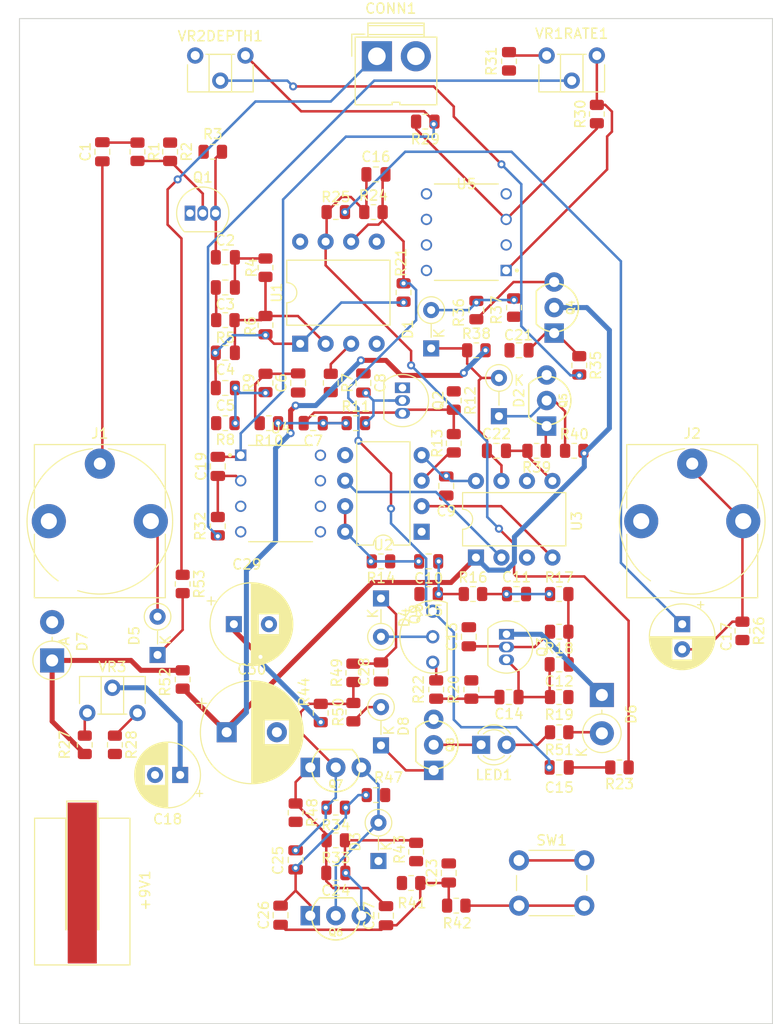
<source format=kicad_pcb>
(kicad_pcb (version 20221018) (generator pcbnew)
  (layers (0 "F.Cu" signal) (31 "B.Cu" signal) (34 "B.Paste" user) (35 "F.Paste" user) (36 "B.SilkS" user "B.Silkscreen") (37 "F.SilkS" user "F.Silkscreen") (38 "B.Mask" user) (39 "F.Mask" user) (44 "Edge.Cuts" user))
  (net 0 "")
  (net 1 "+9V")
  (net 2 "Net-(+9V1--)")
  (net 3 "Net-(C1-Pad2)")
  (net 4 "Net-(Q1-E)")
  (net 5 "Net-(C2-Pad2)")
  (net 6 "Net-(C3-Pad2)")
  (net 7 "Net-(C4-Pad1)")
  (net 8 "Net-(C4-Pad2)")
  (net 9 "Net-(C5-Pad2)")
  (net 10 "GND")
  (net 11 "Net-(C6-Pad2)")
  (net 12 "Net-(Q2-E)")
  (net 13 "Net-(C7-Pad2)")
  (net 14 "Net-(Q2-B)")
  (net 15 "Net-(U2-VGG)")
  (net 16 "Net-(C10-Pad1)")
  (net 17 "Net-(U2-OUT1)")
  (net 18 "Net-(C11-Pad1)")
  (net 19 "Net-(C12-Pad1)")
  (net 20 "Net-(Q3-E)")
  (net 21 "Net-(Q3-B)")
  (net 22 "Net-(C14-Pad2)")
  (net 23 "Net-(C15-Pad1)")
  (net 24 "Net-(C15-Pad2)")
  (net 25 "Net-(C16-Pad2)")
  (net 26 "Net-(C17-Pad1)")
  (net 27 "Net-(C17-Pad2)")
  (net 28 "+4V")
  (net 29 "Net-(U4-1IN-)")
  (net 30 "Net-(U4-1OUT)")
  (net 31 "Net-(C21-Pad1)")
  (net 32 "Net-(D1-K)")
  (net 33 "Net-(U3-OX3)")
  (net 34 "Net-(C23-Pad1)")
  (net 35 "Net-(C24-Pad1)")
  (net 36 "Net-(C24-Pad2)")
  (net 37 "Net-(C25-Pad1)")
  (net 38 "Net-(C25-Pad2)")
  (net 39 "Net-(D4-K)")
  (net 40 "+9VA")
  (net 41 "Net-(CONN1-Pad1)")
  (net 42 "Net-(D1-A)")
  (net 43 "Net-(D2-K)")
  (net 44 "Net-(D3-A)")
  (net 45 "Net-(D4-A)")
  (net 46 "Net-(D5-K)")
  (net 47 "Net-(D6-A)")
  (net 48 "Net-(D8-K)")
  (net 49 "Net-(D8-A)")
  (net 50 "Net-(LED1-K)")
  (net 51 "Net-(LED1-A)")
  (net 52 "Net-(Q1-B)")
  (net 53 "Net-(Q4-Pad3)")
  (net 54 "Net-(Q5-Pad1)")
  (net 55 "Net-(Q9-Pad1)")
  (net 56 "Net-(R7-Pad1)")
  (net 57 "Net-(U2-IN)")
  (net 58 "Net-(R27-Pad2)")
  (net 59 "Net-(R28-Pad1)")
  (net 60 "Net-(U5-1IN+)")
  (net 61 "Net-(U5-1OUT)")
  (net 62 "Net-(R31-Pad1)")
  (net 63 "Net-(R32-Pad2)")
  (net 64 "Net-(R35-Pad2)")
  (net 65 "Net-(R42-Pad2)")
  (net 66 "Net-(U2-CP1)")
  (net 67 "Net-(U2-CP2)")
  (net 75 "Net-(C1-Pad1)")
  (footprint "Resistor_SMD:R_0805_2012Metric" (layer "F.Cu") (at 135.4125 35)
    (fp_text reference "R29")
    (fp_text value "33K")
  )
  (footprint "Resistor_SMD:R_0805_2012Metric" (layer "F.Cu") (at 115.5 54.75)
    (fp_text reference "R5")
    (fp_text value "10K")
  )
  (footprint "Resistor_SMD:R_0805_2012Metric" (layer "F.Cu") (at 138.5 113)
    (fp_text reference "R42")
    (fp_text value "1K")
  )
  (footprint "Resistor_SMD:R_0805_2012Metric" (layer "F.Cu") (at 152.5 34.25 90)
    (fp_text reference "R30")
    (fp_text value "47K")
  )
  (footprint "Resistor_SMD:R_0805_2012Metric" (layer "F.Cu") (at 128.25 93.75 -90)
    (fp_text reference "R50")
    (fp_text value "1MK")
  )
  (footprint "Capacitor_SMD:C_0805_2012Metric" (layer "F.Cu") (at 103.25 38 90)
    (fp_text reference "C1")
    (fp_text value "0.047uF")
  )
  (footprint "Capacitor_SMD:C_0805_2012Metric" (layer "F.Cu") (at 148.75 89 180)
    (fp_text reference "C12")
    (fp_text value "0.0082uF")
  )
  (footprint "Resistor_SMD:R_0805_2012Metric" (layer "F.Cu") (at 140.5 53.75 -90)
    (fp_text reference "R36")
    (fp_text value "4K7")
  )
  (footprint "Resistor_SMD:R_0805_2012Metric" (layer "F.Cu") (at 126 61 -90)
    (fp_text reference "R7")
    (fp_text value "10K")
  )
  (footprint "Resistor_SMD:R_0805_2012Metric" (layer "F.Cu") (at 148.75 95.75)
    (fp_text reference "R51")
    (fp_text value "3K9")
  )
  (footprint "Resistor_SMD:R_0805_2012Metric" (layer "F.Cu") (at 111.25 90.5 -90)
    (fp_text reference "R52")
    (fp_text value "33")
  )
  (footprint "Resistor_SMD:R_0805_2012Metric" (layer "F.Cu") (at 128.25 89.8375 90)
    (fp_text reference "R49")
    (fp_text value "1M")
  )
  (footprint "Resistor_SMD:R_0805_2012Metric" (layer "F.Cu") (at 140 91.5 -90)
    (fp_text reference "R20")
    (fp_text value "1MK")
  )
  (footprint "Package_DIP:DIP-8_W7.62mm" (layer "F.Cu") (at 135.05 75.8 180)
    (fp_text reference "U2")
    (fp_text value "MN3007")
  )
  (footprint "Resistor_SMD:R_0805_2012Metric" (layer "F.Cu") (at 167 85.6625 -90)
    (fp_text reference "R26")
    (fp_text value "100K")
  )
  (footprint "Resistor_SMD:R_0805_2012Metric" (layer "F.Cu") (at 111.25 81 -90)
    (fp_text reference "R53")
    (fp_text value "100")
  )
  (footprint "Diode_THT:D_DO-15_P3.81mm_Vertical_AnodeUp" (layer "F.Cu") (at 98.25 88.605 90)
    (fp_text reference "D7")
    (fp_text value "RD11EB")
  )
  (footprint "Package_TO_SOT_THT:TO-92_Inline" (layer "F.Cu") (at 143.5 86 -90)
    (fp_text reference "Q3")
    (fp_text value "BC239/BC238")
  )
  (footprint "Capacitor_SMD:C_0805_2012Metric" (layer "F.Cu") (at 130.5 40.25 180)
    (fp_text reference "C16")
    (fp_text value "100pF")
  )
  (footprint "TL022CP:DIP794W45P254L959H508Q8" (layer "F.Cu") (at 139.5 46 180)
    (fp_text reference "U5")
    (fp_text value "TL022CP")
  )
  (footprint "Connector_Audio:Jack_6.35mm_Neutrik_NJ3FD-V_Vertical" (layer "F.Cu") (at 103 69.03)
    (fp_text reference "J1")
    (fp_text value "INPUT")
  )
  (footprint "Resistor_SMD:R_0805_2012Metric" (layer "F.Cu") (at 148.75 82)
    (fp_text reference "R17")
    (fp_text value "10K")
  )
  (footprint "Capacitor_THT:CP_Radial_D10.0mm_P5.00mm" (layer "F.Cu") (at 115.632323 95.75)
    (fp_text reference "C30")
    (fp_text value "220uF/10V")
  )
  (footprint "Capacitor_SMD:C_0805_2012Metric" (layer "F.Cu") (at 142.5 67.75)
    (fp_text reference "C22")
    (fp_text value "47 pF")
  )
  (footprint "Resistor_SMD:R_0805_2012Metric" (layer "F.Cu") (at 140.1625 82)
    (fp_text reference "R16")
    (fp_text value "10K")
  )
  (footprint "Package_DIP:DIP-8_W7.62mm" (layer "F.Cu") (at 140.46 78.37 90)
    (fp_text reference "U3")
    (fp_text value "MN3101")
  )
  (footprint "Capacitor_SMD:C_0805_2012Metric" (layer "F.Cu") (at 115.5 48.5)
    (fp_text reference "C2")
    (fp_text value "0.47uF/50V")
  )
  (footprint "2SC945:TO92" (layer "F.Cu") (at 136.25 97 90)
    (fp_text reference "Q8")
    (fp_text value "2SC945")
  )
  (footprint "Resistor_SMD:R_0805_2012Metric" (layer "F.Cu") (at 101.5 97 90)
    (fp_text reference "R27")
    (fp_text value "4K7")
  )
  (footprint "Diode_THT:D_DO-35_SOD27_P3.81mm_Vertical_KathodeUp" (layer "F.Cu") (at 108.75 88.060686 90)
    (fp_text reference "D5")
    (fp_text value "1S1588")
  )
  (footprint "Resistor_SMD:R_0805_2012Metric" (layer "F.Cu") (at 119.8375 65)
    (fp_text reference "R10")
    (fp_text value "10K")
  )
  (footprint "Resistor_SMD:R_0805_2012Metric" (layer "F.Cu") (at 134.5 107.6625 90)
    (fp_text reference "R43")
    (fp_text value "56K")
  )
  (footprint "Resistor_SMD:R_0805_2012Metric" (layer "F.Cu") (at 114.25 38 180)
    (fp_text reference "R3")
    (fp_text value "10K")
  )
  (footprint "Capacitor_SMD:C_0805_2012Metric" (layer "F.Cu") (at 148.75 99.25)
    (fp_text reference "C15")
    (fp_text value "0.0068uF")
  )
  (footprint "2SK30A:TO92" (layer "F.Cu") (at 136.158991 86.250001 90)
    (fp_text reference "Q9")
    (fp_text value "2SK30A")
  )
  (footprint "Resistor_SMD:R_0805_2012Metric" (layer "F.Cu") (at 148.75 92.25 180)
    (fp_text reference "R19")
    (fp_text value "10K")
  )
  (footprint "Resistor_SMD:R_0805_2012Metric" (layer "F.Cu") (at 131 78.75 180)
    (fp_text reference "R14")
    (fp_text value "56K")
  )
  (footprint "Resistor_SMD:R_0805_2012Metric" (layer "F.Cu") (at 130.5 102)
    (fp_text reference "R47")
    (fp_text value "56k")
  )
  (footprint "Resistor_SMD:R_0805_2012Metric" (layer "F.Cu") (at 126.5 106.5)
    (fp_text reference "R33")
    (fp_text value "100K")
  )
  (footprint "Capacitor_SMD:C_0805_2012Metric" (layer "F.Cu") (at 115.5 51.5 180)
    (fp_text reference "C3")
    (fp_text value "0.0068 uF")
  )
  (footprint "Resistor_SMD:R_0805_2012Metric" (layer "F.Cu") (at 130.25 44)
    (fp_text reference "R24")
    (fp_text value "47K")
  )
  (footprint "Resistor_SMD:R_0805_2012Metric" (layer "F.Cu") (at 140.5 57.75)
    (fp_text reference "R38")
    (fp_text value "150K")
  )
  (footprint "Resistor_SMD:R_0805_2012Metric" (layer "F.Cu") (at 106.75 38 -90)
    (fp_text reference "R1")
    (fp_text value "1K")
  )
  (footprint "Capacitor_THT:CP_Radial_D8.0mm_P3.50mm" (layer "F.Cu") (at 116.347349 85)
    (fp_text reference "C29")
    (fp_text value "100uF/16V")
  )
  (footprint "Resistor_SMD:R_0805_2012Metric" (layer "F.Cu") (at 144.25 53.5 90)
    (fp_text reference "R37")
    (fp_text value "4K7")
  )
  (footprint "Resistor_SMD:R_0805_2012Metric" (layer "F.Cu") (at 135.75 82 180)
    (fp_text reference "R15")
    (fp_text value "330K")
  )
  (footprint "Resistor_SMD:R_0805_2012Metric" (layer "F.Cu") (at 119.5 55.25 -90)
    (fp_text reference "R6")
    (fp_text value "47k")
  )
  (footprint "Potentiometer_THT:Potentiometer_ACP_CA6-H2,5_Horizontal" (layer "F.Cu") (at 101.75 93.825 90)
    (fp_text reference "VR3")
    (fp_text value "10K")
  )
  (footprint "Capacitor_SMD:C_0805_2012Metric" (layer "F.Cu") (at 122.5 108.45 -90)
    (fp_text reference "C25")
    (fp_text value "470pF")
  )
  (footprint "Resistor_SMD:R_0805_2012Metric" (layer "F.Cu") (at 115.5 65 180)
    (fp_text reference "R8")
    (fp_text value "100K")
  )
  (footprint "Capacitor_SMD:C_0805_2012Metric" (layer "F.Cu") (at 129.25 61 -90)
    (fp_text reference "C8")
    (fp_text value "470 pF")
  )
  (footprint "Capacitor_SMD:C_0805_2012Metric" (layer "F.Cu") (at 137.5 71.25 -90)
    (fp_text reference "C9")
    (fp_text value "1uF/50V")
  )
  (footprint "Resistor_SMD:R_0805_2012Metric" (layer "F.Cu") (at 133.25 52 -90)
    (fp_text reference "R21")
    (fp_text value "47K")
  )
  (footprint "Diode_THT:D_DO-35_SOD27_P3.81mm_Vertical_KathodeUp" (layer "F.Cu") (at 131 97.060685 90)
    (fp_text reference "D8")
    (fp_text value "1S1588")
  )
  (footprint "Capacitor_SMD:C_0805_2012Metric" (layer "F.Cu") (at 114.75 69.3 90)
    (fp_text reference "C19")
    (fp_text value "0.1uF")
  )
  (footprint "Capacitor_SMD:C_0805_2012Metric" (layer "F.Cu") (at 137.75 109.75 90)
    (fp_text reference "C23")
    (fp_text value "0.01uF")
  )
  (footprint "Diode_THT:D_DO-35_SOD27_P3.81mm_Vertical_KathodeUp" (layer "F.Cu") (at 131 82.439314 -90)
    (fp_text reference "D4")
    (fp_text value "1S1588")
  )
  (footprint "Package_TO_SOT_THT:TO-92_Inline" (layer "F.Cu") (at 133.14 61.48 -90)
    (fp_text reference "Q2")
    (fp_text value "BC239/BC238")
  )
  (footprint "Resistor_SMD:R_0805_2012Metric" (layer "F.Cu") (at 136.5 91.5 -90)
    (fp_text reference "R22")
    (fp_text value "47K")
  )
  (footprint "Capacitor_SMD:C_0805_2012Metric" (layer "F.Cu") (at 115.5 58 180)
    (fp_text reference "C4")
    (fp_text value "100 pF")
  )
  (footprint "Diode_THT:D_DO-35_SOD27_P3.81mm_Vertical_KathodeUp" (layer "F.Cu") (at 130.75 108.560686 90)
    (fp_text reference "D3")
    (fp_text value "1S1588")
  )
  (footprint "Capacitor_SMD:C_0805_2012Metric" (layer "F.Cu") (at 121 113.95 90)
    (fp_text reference "C26")
    (fp_text value "470pF")
  )
  (footprint "Package_TO_SOT_THT:TO-92_Inline" (layer "F.Cu") (at 111.98 44.11)
    (fp_text reference "Q1")
    (fp_text value "BC239/BC238")
  )
  (footprint "Resistor_SMD:R_0805_2012Metric" (layer "F.Cu") (at 143.75 29 -90)
    (fp_text reference "R31")
    (fp_text value "10K")
  )
  (footprint "2SC945:TO92" (layer "F.Cu") (at 148.25 53.5 90)
    (fp_text reference "Q4")
    (fp_text value "2SC945")
  )
  (footprint "Battery:BatteryHolder_Keystone_2993" (layer "F.Cu") (at 101.25 110.75 90)
    (fp_text reference "+9V1")
    (fp_text value "Battery")
  )
  (footprint "Resistor_SMD:R_0805_2012Metric" (layer "F.Cu") (at 146.5 67.75 180)
    (fp_text reference "R39")
    (fp_text value "33K")
  )
  (footprint "Resistor_SMD:R_0805_2012Metric" (layer "F.Cu") (at 104.5 97 -90)
    (fp_text reference "R28")
    (fp_text value "4K7")
  )
  (footprint "Resistor_SMD:R_0805_2012Metric" (layer "F.Cu") (at 119.5 49.53 -90)
    (fp_text reference "R4")
    (fp_text value "47k")
  )
  (footprint "Resistor_SMD:R_0805_2012Metric" (layer "F.Cu") (at 154.75 99.25 180)
    (fp_text reference "R23")
    (fp_text value "10K")
  )
  (footprint "Resistor_SMD:R_0805_2012Metric" (layer "F.Cu") (at 138.25 67 90)
    (fp_text reference "R13")
    (fp_text value "4K7")
  )
  (footprint "Resistor_SMD:R_0805_2012Metric" (layer "F.Cu") (at 134 110.75)
    (fp_text reference "R41")
    (fp_text value "1MK")
  )
  (footprint "Diode_THT:D_DO-35_SOD27_P3.81mm_Vertical_KathodeUp" (layer "F.Cu") (at 142.75 64.310685 90)
    (fp_text reference "D2")
    (fp_text value "1S1588")
  )
  (footprint "Resistor_SMD:R_0805_2012Metric" (layer "F.Cu") (at 150.75 59.25 -90)
    (fp_text reference "R35")
    (fp_text value "220K")
  )
  (footprint "2SC945:TO92" (layer "F.Cu") (at 126.5 99.25)
    (fp_text reference "Q7")
    (fp_text value "2SC945")
  )
  (footprint "Connector:JWT_A3963_1x02_P3.96mm_Vertical" (layer "F.Cu") (at 130.5925 28.5)
    (fp_text reference "CONN1")
    (fp_text value "POWER")
  )
  (footprint "Resistor_SMD:R_0805_2012Metric" (layer "F.Cu") (at 128.5 65)
    (fp_text reference "R11")
    (fp_text value "10K")
  )
  (footprint "2SC945:TO92" (layer "F.Cu") (at 147.5 62.75 90)
    (fp_text reference "Q5")
    (fp_text value "2SC945")
  )
  (footprint "Button_Switch_THT:SW_PUSH_6mm_H5mm" (layer "F.Cu") (at 144.75 108.5)
    (fp_text reference "SW1")
    (fp_text value "FOOTSWITCH")
  )
  (footprint "Resistor_SMD:R_0805_2012Metric" (layer "F.Cu") (at 126.5 103.25)
    (fp_text reference "R34")
    (fp_text value "100K")
  )
  (footprint "TL022CP:DIP794W45P254L959H508Q8" (layer "F.Cu") (at 121 72)
    (fp_text reference "U4")
    (fp_text value "TL022CP")
  )
  (footprint "Resistor_SMD:R_0805_2012Metric" (layer "F.Cu") (at 148.75 85.75 180)
    (fp_text reference "R18")
    (fp_text value "10K")
  )
  (footprint "2SC945:TO92" (layer "F.Cu") (at 126.5 114)
    (fp_text reference "Q6")
    (fp_text value "2SC945")
  )
  (footprint "Diode_THT:D_DO-35_SOD27_P3.81mm_Vertical_KathodeUp" (layer "F.Cu") (at 136 57.560685 90)
    (fp_text reference "D1")
    (fp_text value "1S1588")
  )
  (footprint "LED_THT:LED_D3.0mm" (layer "F.Cu") (at 140.975 97)
    (fp_text reference "LED1")
    (fp_text value "SLP-135B")
  )
  (footprint "Capacitor_SMD:C_0805_2012Metric" (layer "F.Cu") (at 131 89.75 90)
    (fp_text reference "C28")
    (fp_text value "0.047uF")
  )
  (footprint "Resistor_SMD:R_0805_2012Metric" (layer "F.Cu") (at 150.25 67.75)
    (fp_text reference "R40")
    (fp_text value "2K7")
  )
  (footprint "Capacitor_THT:CP_Radial_D6.3mm_P2.50mm" (layer "F.Cu") (at 111 100 180)
    (fp_text reference "C18")
    (fp_text value "47uF/6.3V")
  )
  (footprint "Connector_Audio:Jack_6.35mm_Neutrik_NJ3FD-V_Vertical" (layer "F.Cu") (at 162 69.03)
    (fp_text reference "J2")
    (fp_text value "OUTPUT")
  )
  (footprint "Potentiometer_THT:Potentiometer_ACP_CA6-H2,5_Horizontal" (layer "F.Cu") (at 152.5 28.425 -90)
    (fp_text reference "VR1RATE1")
    (fp_text value "100K")
  )
  (footprint "Capacitor_SMD:C_0805_2012Metric" (layer "F.Cu") (at 144.75 57.75 180)
    (fp_text reference "C21")
    (fp_text value "0.01 uF")
  )
  (footprint "Resistor_SMD:R_0805_2012Metric" (layer "F.Cu") (at 119.5 61 90)
    (fp_text reference "R9")
    (fp_text value "10K")
  )
  (footprint "Capacitor_SMD:C_0805_2012Metric" (layer "F.Cu") (at 115.5 61.5)
    (fp_text reference "C5")
    (fp_text value "0.033 uF")
  )
  (footprint "Capacitor_SMD:C_0805_2012Metric" (layer "F.Cu") (at 122.75 61 90)
    (fp_text reference "C6")
    (fp_text value "0.0033 uF")
  )
  (footprint "Package_DIP:DIP-8_W10.16mm" (layer "F.Cu") (at 122.95 57.1 90)
    (fp_text reference "U1")
    (fp_text value "JRC4558D")
  )
  (footprint "Resistor_SMD:R_0805_2012Metric" (layer "F.Cu") (at 125 93.8375 90)
    (fp_text reference "R44")
    (fp_text value "56K")
  )
  (footprint "Resistor_SMD:R_0805_2012Metric" (layer "F.Cu") (at 110 38 -90)
    (fp_text reference "R2")
    (fp_text value "470K")
  )
  (footprint "Diode_THT:D_DO-15_P3.81mm_Vertical_KathodeUp" (layer "F.Cu") (at 153 92.045 -90)
    (fp_text reference "D6")
    (fp_text value "RD5.1EB")
  )
  (footprint "Capacitor_SMD:C_0805_2012Metric" (layer "F.Cu") (at 131.5 114 90)
    (fp_text reference "C27")
    (fp_text value "470pF")
  )
  (footprint "Capacitor_THT:CP_Radial_D6.3mm_P2.50mm" (layer "F.Cu") (at 161 85 -90)
    (fp_text reference "C17")
    (fp_text value "1uF/50V")
  )
  (footprint "Capacitor_SMD:C_0805_2012Metric" (layer "F.Cu") (at 139.75 86.25 90)
    (fp_text reference "C13")
    (fp_text value "470pF")
  )
  (footprint "Capacitor_SMD:C_0805_2012Metric" (layer "F.Cu") (at 135.75 78.75 180)
    (fp_text reference "C10")
    (fp_text value "0.033uF")
  )
  (footprint "Resistor_SMD:R_0805_2012Metric" (layer "F.Cu") (at 114.75 75.25 -90)
    (fp_text reference "R32")
    (fp_text value "1MK")
  )
  (footprint "Resistor_SMD:R_0805_2012Metric" (layer "F.Cu") (at 122.5 103.75 -90)
    (fp_text reference "R48")
    (fp_text value "56k")
  )
  (footprint "Capacitor_SMD:C_0805_2012Metric" (layer "F.Cu") (at 124.25 65)
    (fp_text reference "C7")
    (fp_text value "0.0082 uF")
  )
  (footprint "Resistor_SMD:R_0805_2012Metric" (layer "F.Cu") (at 138.25 62.75 -90)
    (fp_text reference "R12")
    (fp_text value "10K")
  )
  (footprint "Capacitor_SMD:C_0805_2012Metric" (layer "F.Cu") (at 143.75 92.25 180)
    (fp_text reference "C14")
    (fp_text value "0.033uF")
  )
  (footprint "Potentiometer_THT:Potentiometer_ACP_CA6-H2,5_Horizontal" (layer "F.Cu") (at 117.5 28.425 -90)
    (fp_text reference "VR2DEPTH1")
    (fp_text value "100K")
  )
  (footprint "Capacitor_SMD:C_0805_2012Metric" (layer "F.Cu") (at 144.5 82)
    (fp_text reference "C11")
    (fp_text value "0.0033uF")
  )
  (footprint "Resistor_SMD:R_0805_2012Metric" (layer "F.Cu") (at 126.5 44 180)
    (fp_text reference "R25")
    (fp_text value "470")
  )
  (footprint "Capacitor_SMD:C_0805_2012Metric" (layer "F.Cu") (at 126.5 109.75)
    (fp_text reference "C24")
    (fp_text value "470pF")
  )
  (gr_line (start 170 24.75) (end 170 124.75) (stroke (width 0.1)) (layer "Edge.Cuts"))
  (gr_line (start 95 124.75) (end 95 24.75) (stroke (width 0.1)) (layer "Edge.Cuts"))
  (gr_line (start 95 24.75) (end 170 24.75) (stroke (width 0.1)) (layer "Edge.Cuts"))
  (gr_line (start 170 124.75) (end 95 124.75) (stroke (width 0.1)) (layer "Edge.Cuts"))
  (segment (start 98.25 88.605) (end 98.25 94.6625) (width 0.5) (layer "F.Cu") (net 1))
  (segment (start 119 88.25) (end 116.347349 85.597349) (width 0.5) (layer "F.Cu") (net 1))
  (segment (start 98.25 94.6625) (end 101.5 97.9125) (width 0.5) (layer "F.Cu") (net 1))
  (segment (start 98.25 88.605) (end 106.105 88.605) (width 0.5) (layer "F.Cu") (net 1))
  (segment (start 107.0875 89.5875) (end 111.25 89.5875) (width 0.5) (layer "F.Cu") (net 1))
  (segment (start 106.105 88.605) (end 107.0875 89.5875) (width 0.5) (layer "F.Cu") (net 1))
  (segment (start 116.347349 85.597349) (end 116.347349 85) (width 0.25) (layer "F.Cu") (net 1))
  (via (at 125 94.75) (size 0.8) (drill 0.4) (layers "F.Cu" "B.Cu") (net 1))
  (via (at 119 88.25) (size 1) (drill 0.4) (layers "F.Cu" "B.Cu") (net 1))
  (segment (start 153 92.045) (end 146.955 86) (width 0.5) (layer "B.Cu") (net 1))
  (segment (start 146.955 86) (end 143.5 86) (width 0.5) (layer "B.Cu") (net 1))
  (segment (start 125 94.75) (end 119 88.75) (width 0.5) (layer "B.Cu") (net 1))
  (segment (start 119 88.75) (end 119 88.25) (width 0.5) (layer "B.Cu") (net 1))
  (segment (start 108.75 84.250686) (end 108.75 75.42) (width 0.25) (layer "F.Cu") (net 2))
  (segment (start 108.75 75.42) (end 108.08 74.75) (width 0.25) (layer "F.Cu") (net 2))
  (segment (start 106.75 37.0875) (end 103.2875 37.0875) (width 0.25) (layer "F.Cu") (net 3))
  (segment (start 103.2875 37.0875) (end 103.25 37.05) (width 0.25) (layer "F.Cu") (net 3))
  (segment (start 114.55 44.14) (end 114.52 44.11) (width 0.25) (layer "F.Cu") (net 4))
  (segment (start 114.52 44.11) (end 114.52 38.6425) (width 0.25) (layer "F.Cu") (net 4))
  (segment (start 114.52 38.6425) (end 115.1625 38) (width 0.25) (layer "F.Cu") (net 4))
  (segment (start 114.55 48.5) (end 114.55 44.14) (width 0.25) (layer "F.Cu") (net 4))
  (segment (start 119.5 48.6175) (end 116.5675 48.6175) (width 0.25) (layer "F.Cu") (net 5))
  (segment (start 116.45 51.5) (end 116.45 48.5) (width 0.25) (layer "F.Cu") (net 5))
  (segment (start 116.5675 48.6175) (end 116.45 48.5) (width 0.25) (layer "F.Cu") (net 5))
  (segment (start 114.5875 54.75) (end 114.5875 51.5375) (width 0.25) (layer "F.Cu") (net 6))
  (segment (start 114.5875 51.5375) (end 114.55 51.5) (width 0.25) (layer "F.Cu") (net 6))
  (segment (start 119.5 54.3375) (end 119.5 50.4425) (width 0.25) (layer "F.Cu") (net 7))
  (segment (start 116.45 54.7875) (end 116.4125 54.75) (width 0.25) (layer "F.Cu") (net 7))
  (segment (start 119.5 54.3375) (end 122.7275 54.3375) (width 0.25) (layer "F.Cu") (net 7))
  (segment (start 122.7275 54.3375) (end 125.49 57.1) (width 0.25) (layer "F.Cu") (net 7))
  (segment (start 116.4125 54.75) (end 119.0875 54.75) (width 0.25) (layer "F.Cu") (net 7))
  (segment (start 116.45 58) (end 116.45 54.7875) (width 0.25) (layer "F.Cu") (net 7))
  (segment (start 119.0875 54.75) (end 119.5 54.3375) (width 0.25) (layer "F.Cu") (net 7))
  (segment (start 114.55 61.5) (end 114.5 58) (width 0.25) (layer "F.Cu") (net 8))
  (segment (start 114.5 58) (end 114.55 58) (width 0.25) (layer "F.Cu") (net 8))
  (segment (start 122.95 57.1) (end 120.35 57.1) (width 0.25) (layer "F.Cu") (net 8))
  (segment (start 120.35 57.1) (end 119.5 56.25) (width 0.25) (layer "F.Cu") (net 8))
  (via (at 114.5 58) (size 0.8) (drill 0.4) (layers "F.Cu" "B.Cu") (net 8))
  (via (at 119.5 56.25) (size 0.8) (drill 0.4) (layers "F.Cu" "B.Cu") (net 8))
  (via (at 133.25 53) (size 0.8) (drill 0.4) (layers "F.Cu" "B.Cu") (net 8))
  (segment (start 127.05 53) (end 133.25 53) (width 0.25) (layer "B.Cu") (net 8))
  (segment (start 122.95 57.1) (end 127.05 53) (width 0.25) (layer "B.Cu") (net 8))
  (segment (start 114.5 58) (end 116.25 56.25) (width 0.25) (layer "B.Cu") (net 8))
  (segment (start 116.25 56.25) (end 119.5 56.25) (width 0.25) (layer "B.Cu") (net 8))
  (via (at 116.5 65) (size 0.8) (drill 0.4) (layers "F.Cu" "B.Cu") (net 9))
  (via (at 116.5 61.5) (size 0.8) (drill 0.4) (layers "F.Cu" "B.Cu") (net 9))
  (via (at 119.5 62) (size 0.8) (drill 0.4) (layers "F.Cu" "B.Cu") (net 9))
  (segment (start 117 62) (end 116.5 61.5) (width 0.25) (layer "B.Cu") (net 9))
  (segment (start 116.5 65) (end 116.5 61.5) (width 0.25) (layer "B.Cu") (net 9))
  (segment (start 119.5 62) (end 117 62) (width 0.25) (layer "B.Cu") (net 9))
  (segment (start 144.75 108.5) (end 151.25 108.5) (width 0.25) (layer "F.Cu") (net 10))
  (segment (start 118.475 64.55) (end 118.475 61.1125) (width 0.25) (layer "F.Cu") (net 11))
  (segment (start 122.7125 60.0875) (end 122.75 60.05) (width 0.25) (layer "F.Cu") (net 11))
  (segment (start 118.925 65) (end 118.475 64.55) (width 0.25) (layer "F.Cu") (net 11))
  (segment (start 118.475 61.1125) (end 119.5 60.0875) (width 0.25) (layer "F.Cu") (net 11))
  (segment (start 119.5 60.0875) (end 122.7125 60.0875) (width 0.25) (layer "F.Cu") (net 11))
  (segment (start 133.4975 63.6625) (end 133.14 64.02) (width 0.25) (layer "F.Cu") (net 12))
  (segment (start 138.25 66.0875) (end 138.25 63.6625) (width 0.25) (layer "F.Cu") (net 12))
  (segment (start 124.35 63.95) (end 123.3 65) (width 0.25) (layer "F.Cu") (net 12))
  (segment (start 138.25 63.6625) (end 133.4975 63.6625) (width 0.25) (layer "F.Cu") (net 12))
  (segment (start 132.52 63.95) (end 124.35 63.95) (width 0.25) (layer "F.Cu") (net 12))
  (segment (start 132.59 64.02) (end 132.52 63.95) (width 0.25) (layer "F.Cu") (net 12))
  (segment (start 133.14 64.02) (end 132.59 64.02) (width 0.25) (layer "F.Cu") (net 12))
  (segment (start 125.2 65) (end 127.5875 65) (width 0.25) (layer "F.Cu") (net 13))
  (via (at 127.5 65) (size 0.8) (drill 0.4) (layers "F.Cu" "B.Cu") (net 13))
  (via (at 120.75 65) (size 0.8) (drill 0.4) (layers "F.Cu" "B.Cu") (net 13))
  (via (at 125.25 65) (size 0.8) (drill 0.4) (layers "F.Cu" "B.Cu") (net 13))
  (segment (start 120.75 65) (end 125.25 65) (width 0.25) (layer "B.Cu") (net 13))
  (segment (start 125.25 65) (end 127.5 65) (width 0.25) (layer "B.Cu") (net 13))
  (via (at 129.5 62) (size 0.8) (drill 0.4) (layers "F.Cu" "B.Cu") (net 14))
  (via (at 129.5 65) (size 0.8) (drill 0.4) (layers "F.Cu" "B.Cu") (net 14))
  (segment (start 130.25 62.75) (end 129.5 62) (width 0.25) (layer "B.Cu") (net 14))
  (segment (start 131.75 62.75) (end 133.14 62.75) (width 0.25) (layer "B.Cu") (net 14))
  (segment (start 130.25 64.25) (end 130.25 62.75) (width 0.25) (layer "B.Cu") (net 14))
  (segment (start 129.5 65) (end 130.25 64.25) (width 0.25) (layer "B.Cu") (net 14))
  (segment (start 133.14 62.75) (end 130.25 62.75) (width 0.25) (layer "B.Cu") (net 14))
  (via (at 137.5 70.25) (size 0.8) (drill 0.4) (layers "F.Cu" "B.Cu") (net 15))
  (segment (start 135.05 68.18) (end 137.12 70.25) (width 0.25) (layer "B.Cu") (net 15))
  (segment (start 138 70.75) (end 140.46 70.75) (width 0.25) (layer "B.Cu") (net 15))
  (segment (start 137.12 70.25) (end 137.5 70.25) (width 0.25) (layer "B.Cu") (net 15))
  (segment (start 137.5 70.25) (end 138 70.75) (width 0.25) (layer "B.Cu") (net 15))
  (segment (start 136.75 82) (end 139.25 82) (width 0.25) (layer "F.Cu") (net 16))
  (segment (start 136.6625 82) (end 136.75 82) (width 0.25) (layer "F.Cu") (net 16))
  (via (at 136.75 78.75) (size 0.8) (drill 0.4) (layers "F.Cu" "B.Cu") (net 16))
  (via (at 136.75 82) (size 0.8) (drill 0.4) (layers "F.Cu" "B.Cu") (net 16))
  (segment (start 136.75 82) (end 136.75 78.75) (width 0.25) (layer "B.Cu") (net 16))
  (segment (start 127.43 75.8) (end 127.43 73.26) (width 0.25) (layer "F.Cu") (net 17))
  (via (at 130 78.75) (size 0.8) (drill 0.4) (layers "F.Cu" "B.Cu") (net 17))
  (via (at 134.75 78.75) (size 0.8) (drill 0.4) (layers "F.Cu" "B.Cu") (net 17))
  (segment (start 134.75 78.75) (end 130 78.75) (width 0.25) (layer "B.Cu") (net 17))
  (segment (start 130 78.75) (end 130 78.37) (width 0.25) (layer "B.Cu") (net 17))
  (segment (start 130 78.37) (end 127.43 75.8) (width 0.25) (layer "B.Cu") (net 17))
  (segment (start 143.5 82) (end 143.55 82) (width 0.25) (layer "F.Cu") (net 18))
  (segment (start 141.075 82) (end 143.5 82) (width 0.25) (layer "F.Cu") (net 18))
  (via (at 143.5 82) (size 0.8) (drill 0.4) (layers "F.Cu" "B.Cu") (net 18))
  (via (at 147.75 82) (size 0.8) (drill 0.4) (layers "F.Cu" "B.Cu") (net 18))
  (segment (start 147.75 82) (end 143.5 82) (width 0.25) (layer "B.Cu") (net 18))
  (segment (start 149.7 85.7875) (end 149.6625 85.75) (width 0.25) (layer "F.Cu") (net 19))
  (segment (start 149.6625 82) (end 149.6625 85.75) (width 0.25) (layer "F.Cu") (net 19))
  (segment (start 149.7 89) (end 149.7 85.7875) (width 0.25) (layer "F.Cu") (net 19))
  (segment (start 144.7 92.25) (end 144.7 89.74) (width 0.25) (layer "F.Cu") (net 20))
  (segment (start 147.8375 92.25) (end 144.7 92.25) (width 0.25) (layer "F.Cu") (net 20))
  (segment (start 144.7 89.74) (end 143.5 88.54) (width 0.25) (layer "F.Cu") (net 20))
  (segment (start 147.8 92.2125) (end 147.8375 92.25) (width 0.25) (layer "F.Cu") (net 20))
  (segment (start 147.8 89) (end 147.8 92.2125) (width 0.25) (layer "F.Cu") (net 20))
  (segment (start 143.43 87.2) (end 143.5 87.27) (width 0.25) (layer "F.Cu") (net 21))
  (segment (start 139.75 87.2) (end 143.43 87.2) (width 0.25) (layer "F.Cu") (net 21))
  (segment (start 147.8375 85.75) (end 146.3175 87.27) (width 0.25) (layer "F.Cu") (net 21))
  (segment (start 146.3175 87.27) (end 143.5 87.27) (width 0.25) (layer "F.Cu") (net 21))
  (segment (start 142.8 92.25) (end 140.1625 92.25) (width 0.25) (layer "F.Cu") (net 22))
  (segment (start 140 92.4125) (end 136.5 92.4125) (width 0.25) (layer "F.Cu") (net 22))
  (segment (start 140.1625 92.25) (end 140 92.4125) (width 0.25) (layer "F.Cu") (net 22))
  (segment (start 129.72 45.25) (end 130.75 45.25) (width 0.25) (layer "F.Cu") (net 23))
  (segment (start 133.25 51.0875) (end 133.25 46.925) (width 0.25) (layer "F.Cu") (net 23))
  (segment (start 132 70) (end 128.75 66.75) (width 0.25) (layer "F.Cu") (net 23))
  (segment (start 133.25 46.925) (end 131.1625 44.8375) (width 0.25) (layer "F.Cu") (net 23))
  (segment (start 131.1625 44) (end 131.1625 40.5375) (width 0.25) (layer "F.Cu") (net 23))
  (segment (start 130.75 45.25) (end 131.1625 44.8375) (width 0.25) (layer "F.Cu") (net 23))
  (segment (start 131.1625 44.8375) (end 131.1625 44) (width 0.25) (layer "F.Cu") (net 23))
  (segment (start 128.03 46.94) (end 129.72 45.25) (width 0.25) (layer "F.Cu") (net 23))
  (segment (start 131.1625 40.5375) (end 131.45 40.25) (width 0.25) (layer "F.Cu") (net 23))
  (segment (start 132 73.5) (end 132 70) (width 0.25) (layer "F.Cu") (net 23))
  (via (at 128.75 66.75) (size 0.8) (drill 0.4) (layers "F.Cu" "B.Cu") (net 23))
  (via (at 132 73.5) (size 0.8) (drill 0.4) (layers "F.Cu" "B.Cu") (net 23))
  (via (at 147.75 99.25) (size 0.8) (drill 0.4) (layers "F.Cu" "B.Cu") (net 23))
  (via (at 133.25 51.0875) (size 0.8) (drill 0.4) (layers "F.Cu" "B.Cu") (net 23))
  (segment (start 135.498591 83.049601) (end 135.498591 78.473286) (width 0.25) (layer "B.Cu") (net 23))
  (segment (start 139 95.25) (end 144.5 95.25) (width 0.25) (layer "B.Cu") (net 23))
  (segment (start 147.75 98.5) (end 147.75 99.25) (width 0.25) (layer "B.Cu") (net 23))
  (segment (start 134.5 54.760991) (end 134.5 51.75) (width 0.25) (layer "B.Cu") (net 23))
  (segment (start 132 74.974695) (end 132 73.5) (width 0.25) (layer "B.Cu") (net 23))
  (segment (start 128.75 63.5) (end 127.75 62.5) (width 0.25) (layer "B.Cu") (net 23))
  (segment (start 127.75 62.5) (end 127.75 61.510991) (width 0.25) (layer "B.Cu") (net 23))
  (segment (start 138.25 94.5) (end 139 95.25) (width 0.25) (layer "B.Cu") (net 23))
  (segment (start 138.25 85.80101) (end 138.25 94.5) (width 0.25) (layer "B.Cu") (net 23))
  (segment (start 128.75 66.75) (end 128.75 63.5) (width 0.25) (layer "B.Cu") (net 23))
  (segment (start 135.498591 78.473286) (end 132 74.974695) (width 0.25) (layer "B.Cu") (net 23))
  (segment (start 134.5 51.75) (end 133.8375 51.0875) (width 0.25) (layer "B.Cu") (net 23))
  (segment (start 133.8375 51.0875) (end 133.25 51.0875) (width 0.25) (layer "B.Cu") (net 23))
  (segment (start 136.158991 83.710001) (end 138.25 85.80101) (width 0.25) (layer "B.Cu") (net 23))
  (segment (start 127.75 61.510991) (end 134.5 54.760991) (width 0.25) (layer "B.Cu") (net 23))
  (segment (start 136.158991 83.710001) (end 135.498591 83.049601) (width 0.25) (layer "B.Cu") (net 23))
  (segment (start 144.5 95.25) (end 147.75 98.5) (width 0.25) (layer "B.Cu") (net 23))
  (segment (start 153.8375 99.25) (end 149.7 99.25) (width 0.25) (layer "F.Cu") (net 24))
  (segment (start 134 57.810685) (end 134 59.25) (width 0.25) (layer "F.Cu") (net 25))
  (segment (start 125.49 49.300685) (end 134 57.810685) (width 0.25) (layer "F.Cu") (net 25))
  (segment (start 125.5875 46.8425) (end 125.49 46.94) (width 0.25) (layer "F.Cu") (net 25))
  (segment (start 151.25 80.25) (end 155.6625 84.6625) (width 0.25) (layer "F.Cu") (net 25))
  (segment (start 142.75 75.5) (end 144.260991 77.010991) (width 0.25) (layer "F.Cu") (net 25))
  (segment (start 144.260991 80.010991) (end 144.5 80.25) (width 0.25) (layer "F.Cu") (net 25))
  (segment (start 129.3375 43.8375) (end 128 42.5) (width 0.25) (layer "F.Cu") (net 25))
  (segment (start 125.5875 44) (end 125.5875 46.8425) (width 0.25) (layer "F.Cu") (net 25))
  (segment (start 127.0875 42.5) (end 125.5875 44) (width 0.25) (layer "F.Cu") (net 25))
  (segment (start 155.6625 84.6625) (end 155.6625 99.25) (width 0.25) (layer "F.Cu") (net 25))
  (segment (start 129.55 43.7875) (end 129.3375 44) (width 0.25) (layer "F.Cu") (net 25))
  (segment (start 144.260991 77.010991) (end 144.260991 80.010991) (width 0.25) (layer "F.Cu") (net 25))
  (segment (start 125.49 46.94) (end 125.49 49.300685) (width 0.25) (layer "F.Cu") (net 25))
  (segment (start 129.55 40.25) (end 129.55 43.7875) (width 0.25) (layer "F.Cu") (net 25))
  (segment (start 144.5 80.25) (end 151.25 80.25) (width 0.25) (layer "F.Cu") (net 25))
  (segment (start 129.3375 44) (end 129.3375 43.8375) (width 0.25) (layer "F.Cu") (net 25))
  (segment (start 128 42.5) (end 127.0875 42.5) (width 0.25) (layer "F.Cu") (net 25))
  (via (at 134 59.25) (size 0.8) (drill 0.4) (layers "F.Cu" "B.Cu") (net 25))
  (via (at 142.75 75.5) (size 0.8) (drill 0.4) (layers "F.Cu" "B.Cu") (net 25))
  (segment (start 141.585 74.335) (end 142.75 75.5) (width 0.25) (layer "B.Cu") (net 25))
  (segment (start 141.585 66.835) (end 141.585 74.335) (width 0.25) (layer "B.Cu") (net 25))
  (segment (start 134 59.25) (end 141.585 66.835) (width 0.25) (layer "B.Cu") (net 25))
  (via (at 127.4125 44) (size 0.8) (drill 0.4) (layers "F.Cu" "B.Cu") (net 26))
  (segment (start 154.895 48.895) (end 144 38) (width 0.25) (layer "B.Cu") (net 26))
  (segment (start 161 85) (end 154.895 78.895) (width 0.25) (layer "B.Cu") (net 26))
  (segment (start 154.895 78.895) (end 154.895 48.895) (width 0.25) (layer "B.Cu") (net 26))
  (segment (start 133.4125 38) (end 127.4125 44) (width 0.25) (layer "B.Cu") (net 26))
  (segment (start 144 38) (end 133.4125 38) (width 0.25) (layer "B.Cu") (net 26))
  (segment (start 166 84.75) (end 167 84.75) (width 0.25) (layer "F.Cu") (net 27))
  (segment (start 161 87.5) (end 163.25 87.5) (width 0.25) (layer "F.Cu") (net 27))
  (segment (start 167.08 74.75) (end 162 69.67) (width 0.25) (layer "F.Cu") (net 27))
  (segment (start 167 74.83) (end 167.08 74.75) (width 0.25) (layer "F.Cu") (net 27))
  (segment (start 167 84.75) (end 167 74.83) (width 0.25) (layer "F.Cu") (net 27))
  (segment (start 162 69.67) (end 162 69.03) (width 0.25) (layer "F.Cu") (net 27))
  (segment (start 163.25 87.5) (end 166 84.75) (width 0.25) (layer "F.Cu") (net 27))
  (segment (start 107.575 91.325) (end 104.25 91.325) (width 0.5) (layer "B.Cu") (net 28))
  (segment (start 111 100) (end 111 94.75) (width 0.5) (layer "B.Cu") (net 28))
  (segment (start 111 94.75) (end 107.575 91.325) (width 0.5) (layer "B.Cu") (net 28))
  (segment (start 114.75 70.25) (end 114.75 74.3375) (width 0.25) (layer "F.Cu") (net 29))
  (segment (start 116.55 70.25) (end 117.03 70.73) (width 0.25) (layer "F.Cu") (net 29))
  (segment (start 114.75 70.25) (end 116.55 70.25) (width 0.25) (layer "F.Cu") (net 29))
  (segment (start 117.03 70.72) (end 117.25 70.5) (width 0.25) (layer "B.Cu") (net 29))
  (segment (start 117.03 70.73) (end 117.03 70.72) (width 0.25) (layer "B.Cu") (net 29))
  (segment (start 123.05 33.975) (end 135.3 33.975) (width 0.25) (layer "F.Cu") (net 30))
  (segment (start 135.3 33.975) (end 136.325 35) (width 0.25) (layer "F.Cu") (net 30))
  (segment (start 116.87 68.35) (end 117.03 68.19) (width 0.25) (layer "F.Cu") (net 30))
  (segment (start 117.5 28.425) (end 123.05 33.975) (width 0.25) (layer "F.Cu") (net 30))
  (segment (start 114.75 68.35) (end 116.87 68.35) (width 0.25) (layer "F.Cu") (net 30))
  (via (at 136.25 35.25) (size 0.8) (drill 0.4) (layers "F.Cu" "B.Cu") (net 30))
  (segment (start 136.25 36.5) (end 136.25 35.25) (width 0.25) (layer "B.Cu") (net 30))
  (segment (start 121.25 53) (end 121.25 42.75) (width 0.25) (layer "B.Cu") (net 30))
  (segment (start 127.5 36.5) (end 136.25 36.5) (width 0.25) (layer "B.Cu") (net 30))
  (segment (start 121.25 61.8) (end 121.25 53) (width 0.25) (layer "B.Cu") (net 30))
  (segment (start 117.03 68.19) (end 117.03 66.02) (width 0.25) (layer "B.Cu") (net 30))
  (segment (start 117.03 66.02) (end 121.25 61.8) (width 0.25) (layer "B.Cu") (net 30))
  (segment (start 121.25 42.75) (end 127.5 36.5) (width 0.25) (layer "B.Cu") (net 30))
  (segment (start 148.25 56.04) (end 148.4525 56.04) (width 0.25) (layer "F.Cu") (net 31))
  (segment (start 147.41 56.04) (end 148.25 56.04) (width 0.25) (layer "F.Cu") (net 31))
  (segment (start 145.7 57.75) (end 147.41 56.04) (width 0.25) (layer "F.Cu") (net 31))
  (segment (start 148.4525 56.04) (end 150.75 58.3375) (width 0.25) (layer "F.Cu") (net 31))
  (segment (start 142.75 60.500685) (end 141.000685 60.500685) (width 0.25) (layer "F.Cu") (net 32))
  (segment (start 140.75 60.75137) (end 141.000685 60.500685) (width 0.25) (layer "F.Cu") (net 32))
  (segment (start 139.5875 59.0875) (end 139.5875 57.75) (width 0.25) (layer "F.Cu") (net 32))
  (segment (start 141.55 66.55) (end 140.75 65.75) (width 0.25) (layer "F.Cu") (net 32))
  (segment (start 136 57.560685) (end 139.398185 57.560685) (width 0.25) (layer "F.Cu") (net 32))
  (segment (start 143 70.75) (end 143 69.2) (width 0.25) (layer "F.Cu") (net 32))
  (segment (start 140.75 65.75) (end 140.75 60.75137) (width 0.25) (layer "F.Cu") (net 32))
  (segment (start 141.000685 60.500685) (end 139.5875 59.0875) (width 0.25) (layer "F.Cu") (net 32))
  (segment (start 139.398185 57.560685) (end 139.5875 57.75) (width 0.25) (layer "F.Cu") (net 32))
  (segment (start 143 69.2) (end 141.55 67.75) (width 0.25) (layer "F.Cu") (net 32))
  (segment (start 141.55 67.75) (end 141.55 66.55) (width 0.25) (layer "F.Cu") (net 32))
  (segment (start 145.5875 67.75) (end 145.5875 68.2575) (width 0.25) (layer "F.Cu") (net 33))
  (segment (start 143.45 67.75) (end 145.5875 67.75) (width 0.25) (layer "F.Cu") (net 33))
  (segment (start 145.5875 68.2575) (end 148.08 70.75) (width 0.25) (layer "F.Cu") (net 33))
  (segment (start 131.050062 115.399938) (end 131.5 114.95) (width 0.25) (layer "F.Cu") (net 34))
  (segment (start 137.75 112.8375) (end 137.5875 113) (width 0.25) (layer "F.Cu") (net 34))
  (segment (start 134.9125 112.5875) (end 134.9125 110.75) (width 0.25) (layer "F.Cu") (net 34))
  (segment (start 134.9125 110.75) (end 137.7 110.75) (width 0.25) (layer "F.Cu") (net 34))
  (segment (start 121.499938 115.399938) (end 131.050062 115.399938) (width 0.25) (layer "F.Cu") (net 34))
  (segment (start 131.5 114.95) (end 132.55 114.95) (width 0.25) (layer "F.Cu") (net 34))
  (segment (start 137.7 110.75) (end 137.75 110.7) (width 0.25) (layer "F.Cu") (net 34))
  (segment (start 132.55 114.95) (end 134.9125 112.5875) (width 0.25) (layer "F.Cu") (net 34))
  (segment (start 137.75 110.7) (end 137.75 112.8375) (width 0.25) (layer "F.Cu") (net 34))
  (segment (start 121 114.9) (end 121.499938 115.399938) (width 0.25) (layer "F.Cu") (net 34))
  (segment (start 125.55 109.75) (end 125.55 106.5375) (width 0.25) (layer "F.Cu") (net 35))
  (segment (start 131.5 113.05) (end 129.7 111.25) (width 0.25) (layer "F.Cu") (net 35))
  (segment (start 129.7 111.25) (end 126.25 111.25) (width 0.25) (layer "F.Cu") (net 35))
  (segment (start 125.5875 105.925) (end 122.5 102.8375) (width 0.25) (layer "F.Cu") (net 35))
  (segment (start 125.5875 106.5) (end 125.5875 105.925) (width 0.25) (layer "F.Cu") (net 35))
  (segment (start 122.5 102.8375) (end 122.5 100.71) (width 0.25) (layer "F.Cu") (net 35))
  (segment (start 122.5 100.71) (end 123.96 99.25) (width 0.25) (layer "F.Cu") (net 35))
  (segment (start 126.25 111.25) (end 125.55 110.55) (width 0.25) (layer "F.Cu") (net 35))
  (segment (start 125.55 110.55) (end 125.55 109.75) (width 0.25) (layer "F.Cu") (net 35))
  (segment (start 125.55 106.5375) (end 125.5875 106.5) (width 0.25) (layer "F.Cu") (net 35))
  (segment (start 127.4125 106.5) (end 134.25 106.5) (width 0.25) (layer "F.Cu") (net 36))
  (segment (start 127.5 109.8) (end 127.45 109.75) (width 0.25) (layer "F.Cu") (net 36))
  (segment (start 134.25 106.5) (end 134.5 106.75) (width 0.25) (layer "F.Cu") (net 36))
  (segment (start 127.5 109.75) (end 127.5 109.8) (width 0.25) (layer "F.Cu") (net 36))
  (segment (start 127.4125 109.7125) (end 127.45 109.75) (width 0.25) (layer "F.Cu") (net 36))
  (segment (start 127.4125 106.5) (end 127.4125 109.7125) (width 0.25) (layer "F.Cu") (net 36))
  (segment (start 127.45 109.75) (end 127.5 109.75) (width 0.25) (layer "F.Cu") (net 36))
  (via (at 127.5 109.75) (size 0.8) (drill 0.4) (layers "F.Cu" "B.Cu") (net 36))
  (segment (start 129.04 111.29) (end 127.5 109.75) (width 0.25) (layer "B.Cu") (net 36))
  (segment (start 129.04 114) (end 129.04 111.29) (width 0.25) (layer "B.Cu") (net 36))
  (segment (start 123 95.75) (end 123 93.75) (width 0.25) (layer "F.Cu") (net 37))
  (segment (start 126.5 99.25) (end 123 95.75) (width 0.25) (layer "F.Cu") (net 37))
  (segment (start 123.825 92.925) (end 125 92.925) (width 0.25) (layer "F.Cu") (net 37))
  (segment (start 128.1625 92.925) (end 128.25 92.8375) (width 0.25) (layer "F.Cu") (net 37))
  (segment (start 123 93.75) (end 123.825 92.925) (width 0.25) (layer "F.Cu") (net 37))
  (segment (start 128.25 92.8375) (end 128.25 90.75) (width 0.25) (layer "F.Cu") (net 37))
  (segment (start 125 92.925) (end 128.1625 92.925) (width 0.25) (layer "F.Cu") (net 37))
  (via (at 122.5 107.5) (size 0.8) (drill 0.4) (layers "F.Cu" "B.Cu") (net 37))
  (via (at 125.5 103.25) (size 0.8) (drill 0.4) (layers "F.Cu" "B.Cu") (net 37))
  (segment (start 122.5 107.5) (end 125.5 104.5) (width 0.25) (layer "B.Cu") (net 37))
  (segment (start 126.5 102.25) (end 126.5 99.25) (width 0.25) (layer "B.Cu") (net 37))
  (segment (start 125.5 104.5) (end 125.5 103.25) (width 0.25) (layer "B.Cu") (net 37))
  (segment (start 125.5 103.25) (end 126.5 102.25) (width 0.25) (layer "B.Cu") (net 37))
  (segment (start 122.5 109.25) (end 122.5 109.4) (width 0.25) (layer "F.Cu") (net 38))
  (segment (start 122.5 111.5) (end 123.96 112.96) (width 0.25) (layer "F.Cu") (net 38))
  (segment (start 122.5 111.5) (end 122.5 109.25) (width 0.25) (layer "F.Cu") (net 38))
  (segment (start 123.96 112.96) (end 123.96 114) (width 0.25) (layer "F.Cu") (net 38))
  (segment (start 121 113) (end 122.5 111.5) (width 0.25) (layer "F.Cu") (net 38))
  (via (at 127.5 103.25) (size 0.8) (drill 0.4) (layers "F.Cu" "B.Cu") (net 38))
  (via (at 129.5 102) (size 0.8) (drill 0.4) (layers "F.Cu" "B.Cu") (net 38))
  (via (at 122.5 109.25) (size 0.8) (drill 0.4) (layers "F.Cu" "B.Cu") (net 38))
  (segment (start 127.5 103.25) (end 128.75 102) (width 0.25) (layer "B.Cu") (net 38))
  (segment (start 127.5 104.25) (end 127.5 103.25) (width 0.25) (layer "B.Cu") (net 38))
  (segment (start 128.75 102) (end 129.5 102) (width 0.25) (layer "B.Cu") (net 38))
  (segment (start 122.5 109.25) (end 127.5 104.25) (width 0.25) (layer "B.Cu") (net 38))
  (segment (start 132.5 84) (end 131.156586 82.656586) (width 0.25) (layer "F.Cu") (net 39))
  (segment (start 128.25 88.925) (end 130.875 88.925) (width 0.25) (layer "F.Cu") (net 39))
  (segment (start 130.875 88.925) (end 131 88.8) (width 0.25) (layer "F.Cu") (net 39))
  (segment (start 131.156586 82.656586) (end 131.186929 82.626243) (width 0.25) (layer "F.Cu") (net 39))
  (segment (start 131 88.8) (end 132.5 87.3) (width 0.25) (layer "F.Cu") (net 39))
  (segment (start 132.5 87.3) (end 132.5 84) (width 0.25) (layer "F.Cu") (net 39))
  (segment (start 129 58.75) (end 131.5 58.75) (width 0.5) (layer "F.Cu") (net 40))
  (segment (start 130.15 80.85) (end 137.98 80.85) (width 0.5) (layer "F.Cu") (net 40))
  (segment (start 139 60.25) (end 139.25 60) (width 0.5) (layer "F.Cu") (net 40))
  (segment (start 131.5 58.75) (end 133 60.25) (width 0.5) (layer "F.Cu") (net 40))
  (segment (start 111.294823 91.4125) (end 111.25 91.4125) (width 0.25) (layer "F.Cu") (net 40))
  (segment (start 133 60.25) (end 139 60.25) (width 0.5) (layer "F.Cu") (net 40))
  (segment (start 122 66) (end 122 63.75) (width 0.5) (layer "F.Cu") (net 40))
  (segment (start 137.98 80.85) (end 140.46 78.37) (width 0.5) (layer "F.Cu") (net 40))
  (segment (start 115.632323 95.75) (end 115.632323 95.367677) (width 0.5) (layer "F.Cu") (net 40))
  (segment (start 115.632323 95.367677) (end 130.15 80.85) (width 0.5) (layer "F.Cu") (net 40))
  (segment (start 115.632323 95.75) (end 111.294823 91.4125) (width 0.5) (layer "F.Cu") (net 40))
  (segment (start 122 63.75) (end 122.5 63.25) (width 0.5) (layer "F.Cu") (net 40))
  (via (at 129 58.75) (size 0.8) (drill 0.4) (layers "F.Cu" "B.Cu") (net 40))
  (via (at 151.25 68) (size 0.8) (drill 0.4) (layers "F.Cu" "B.Cu") (net 40))
  (via (at 122.5 63.25) (size 0.8) (drill 0.4) (layers "F.Cu" "B.Cu") (net 40))
  (via (at 122 66) (size 0.8) (drill 0.4) (layers "F.Cu" "B.Cu") (net 40))
  (via (at 139.25 60) (size 0.8) (drill 0.4) (layers "F.Cu" "B.Cu") (net 40))
  (via (at 141.4125 57.75) (size 0.8) (drill 0.4) (layers "F.Cu" "B.Cu") (net 40))
  (segment (start 141.71 79.62) (end 143.517767 79.62) (width 0.5) (layer "B.Cu") (net 40))
  (segment (start 122.5 63.25) (end 124.5 63.25) (width 0.5) (layer "B.Cu") (net 40))
  (segment (start 151.25 68) (end 153.75 65.5) (width 0.5) (layer "B.Cu") (net 40))
  (segment (start 120.5 67.5) (end 122 66) (width 0.5) (layer "B.Cu") (net 40))
  (segment (start 153.75 65.5) (end 153.75 55.75) (width 0.5) (layer "B.Cu") (net 40))
  (segment (start 117.597349 93.784974) (end 117.597349 79.652651) (width 0.5) (layer "B.Cu") (net 40))
  (segment (start 124.5 63.25) (end 129 58.75) (width 0.5) (layer "B.Cu") (net 40))
  (segment (start 143.517767 79.62) (end 144.29 78.847767) (width 0.5) (layer "B.Cu") (net 40))
  (segment (start 115.632323 95.75) (end 117.597349 93.784974) (width 0.5) (layer "B.Cu") (net 40))
  (segment (start 144.29 78.847767) (end 144.29 76.307767) (width 0.5) (layer "B.Cu") (net 40))
  (segment (start 144.29 76.307767) (end 151.25 69.347767) (width 0.5) (layer "B.Cu") (net 40))
  (segment (start 117.597349 79.652651) (end 120.5 76.75) (width 0.5) (layer "B.Cu") (net 40))
  (segment (start 153.75 55.75) (end 151.5 53.5) (width 0.5) (layer "B.Cu") (net 40))
  (segment (start 139.25 59.9125) (end 141.4125 57.75) (width 0.5) (layer "B.Cu") (net 40))
  (segment (start 151.25 69.347767) (end 151.25 68) (width 0.5) (layer "B.Cu") (net 40))
  (segment (start 139.25 60) (end 139.25 59.9125) (width 0.5) (layer "B.Cu") (net 40))
  (segment (start 140.46 78.37) (end 141.71 79.62) (width 0.5) (layer "B.Cu") (net 40))
  (segment (start 120.5 76.75) (end 120.5 67.5) (width 0.5) (layer "B.Cu") (net 40))
  (segment (start 151.5 53.5) (end 148.25 53.5) (width 0.5) (layer "B.Cu") (net 40))
  (segment (start 111.13 46.63) (end 109.75 45.25) (width 0.25) (layer "F.Cu") (net 41))
  (segment (start 109.75 45.25) (end 109.75 41.75) (width 0.25) (layer "F.Cu") (net 41))
  (segment (start 111.25 80.0875) (end 111.13 79.9675) (width 0.25) (layer "F.Cu") (net 41))
  (segment (start 109.75 41.75) (end 110.75 40.75) (width 0.25) (layer "F.Cu") (net 41))
  (segment (start 111.13 79.9675) (end 111.13 46.63) (width 0.25) (layer "F.Cu") (net 41))
  (via (at 110.75 40.75) (size 0.8) (drill 0.4) (layers "F.Cu" "B.Cu") (net 41))
  (segment (start 118.5 33) (end 126 33) (width 0.25) (layer "B.Cu") (net 41))
  (segment (start 130.5 28.5) (end 130.5925 28.5) (width 0.25) (layer "B.Cu") (net 41))
  (segment (start 126 33) (end 130.5 28.5) (width 0.25) (layer "B.Cu") (net 41))
  (segment (start 110.75 40.75) (end 118.5 33) (width 0.25) (layer "B.Cu") (net 41))
  (via (at 140.5 53) (size 0.8) (drill 0.4) (layers "F.Cu" "B.Cu") (net 42))
  (via (at 144.25 52.75) (size 0.8) (drill 0.4) (layers "F.Cu" "B.Cu") (net 42))
  (segment (start 144.25 52.75) (end 140.75 52.75) (width 0.25) (layer "B.Cu") (net 42))
  (segment (start 140.75 52.75) (end 140.5 53) (width 0.25) (layer "B.Cu") (net 42))
  (segment (start 139.749315 53.750685) (end 136 53.750685) (width 0.25) (layer "B.Cu") (net 42))
  (segment (start 140.5 53) (end 139.749315 53.750685) (width 0.25) (layer "B.Cu") (net 42))
  (segment (start 149.3375 67.75) (end 149.3375 63.8375) (width 0.25) (layer "F.Cu") (net 43))
  (segment (start 148.25 62.75) (end 147.5 62.75) (width 0.25) (layer "F.Cu") (net 43))
  (segment (start 149.3375 63.8375) (end 148.25 62.75) (width 0.25) (layer "F.Cu") (net 43))
  (segment (start 142.75 64.310685) (end 145.939315 64.310685) (width 0.25) (layer "B.Cu") (net 43))
  (segment (start 145.939315 64.310685) (end 147.5 62.75) (width 0.25) (layer "B.Cu") (net 43))
  (segment (start 130.75 100.96) (end 129.04 99.25) (width 0.25) (layer "B.Cu") (net 44))
  (segment (start 130.75 104.750686) (end 130.75 100.96) (width 0.25) (layer "B.Cu") (net 44))
  (segment (start 126.5 109.000686) (end 130.75 104.750686) (width 0.25) (layer "B.Cu") (net 44))
  (segment (start 126.5 114) (end 126.5 109.000686) (width 0.25) (layer "B.Cu") (net 44))
  (segment (start 131.000687 86.250001) (end 131 86.249314) (width 0.25) (layer "B.Cu") (net 45))
  (segment (start 136.158991 86.250001) (end 131.000687 86.250001) (width 0.25) (layer "B.Cu") (net 45))
  (segment (start 108.75 88.060686) (end 111.25 85.560686) (width 0.25) (layer "F.Cu") (net 46))
  (segment (start 111.25 85.560686) (end 111.25 81.9125) (width 0.25) (layer "F.Cu") (net 46))
  (segment (start 152.895 95.75) (end 153 95.855) (width 0.25) (layer "F.Cu") (net 47))
  (segment (start 149.6625 95.75) (end 152.895 95.75) (width 0.25) (layer "F.Cu") (net 47))
  (segment (start 136.25 99.54) (end 133.479315 99.54) (width 0.25) (layer "F.Cu") (net 48))
  (segment (start 133.479315 99.54) (end 131 97.060685) (width 0.25) (layer "F.Cu") (net 48))
  (segment (start 129.661815 93.250685) (end 128.25 94.6625) (width 0.25) (layer "F.Cu") (net 49))
  (segment (start 131 93.250685) (end 129.661815 93.250685) (width 0.25) (layer "F.Cu") (net 49))
  (segment (start 140.975 97) (end 136.25 97) (width 0.25) (layer "F.Cu") (net 50))
  (segment (start 143.515 97) (end 146.5875 97) (width 0.25) (layer "F.Cu") (net 51))
  (segment (start 146.5875 97) (end 147.8375 95.75) (width 0.25) (layer "F.Cu") (net 51))
  (segment (start 110 38.9125) (end 106.75 38.9125) (width 0.25) (layer "F.Cu") (net 52))
  (segment (start 113.25 42.1625) (end 110 38.9125) (width 0.25) (layer "F.Cu") (net 52))
  (segment (start 113.25 44.11) (end 113.25 42.1625) (width 0.25) (layer "F.Cu") (net 52))
  (segment (start 148.25 50.96) (end 144.2025 50.96) (width 0.25) (layer "F.Cu") (net 53))
  (segment (start 144.2025 50.96) (end 140.5 54.6625) (width 0.25) (layer "F.Cu") (net 53))
  (segment (start 147.4125 67.75) (end 147.4125 65.3775) (width 0.25) (layer "F.Cu") (net 54))
  (segment (start 147.4125 65.3775) (end 147.5 65.29) (width 0.25) (layer "F.Cu") (net 54))
  (segment (start 136.5 90.5875) (end 136.5 89.13101) (width 0.25) (layer "F.Cu") (net 55))
  (segment (start 136.5 89.13101) (end 136.158991 88.790001) (width 0.25) (layer "F.Cu") (net 55))
  (segment (start 126 59.13) (end 128.03 57.1) (width 0.25) (layer "F.Cu") (net 56))
  (segment (start 126 60.0875) (end 126 59.13) (width 0.25) (layer "F.Cu") (net 56))
  (segment (start 137.8575 67.9125) (end 138.25 67.9125) (width 0.25) (layer "F.Cu") (net 57))
  (segment (start 135.05 70.72) (end 137.8575 67.9125) (width 0.25) (layer "F.Cu") (net 57))
  (segment (start 101.5 96.0875) (end 101.5 94.075) (width 0.25) (layer "F.Cu") (net 58))
  (segment (start 101.5 94.075) (end 101.75 93.825) (width 0.25) (layer "F.Cu") (net 58))
  (segment (start 104.5 96.0875) (end 104.5 96.075) (width 0.25) (layer "F.Cu") (net 59))
  (segment (start 104.5 96.075) (end 106.75 93.825) (width 0.25) (layer "F.Cu") (net 59))
  (segment (start 143.47 44.73) (end 134.5 35.76) (width 0.25) (layer "F.Cu") (net 60))
  (segment (start 152.5 35.7) (end 152.5 35.1625) (width 0.25) (layer "F.Cu") (net 60))
  (segment (start 143.47 44.73) (end 152.5 35.7) (width 0.25) (layer "F.Cu") (net 60))
  (segment (start 134.5 35.76) (end 134.5 35) (width 0.25) (layer "F.Cu") (net 60))
  (segment (start 153.525 36.475) (end 154 36) (width 0.25) (layer "F.Cu") (net 61))
  (segment (start 153.3375 33.3375) (end 152.5 33.3375) (width 0.25) (layer "F.Cu") (net 61))
  (segment (start 154 36) (end 154 34) (width 0.25) (layer "F.Cu") (net 61))
  (segment (start 152.5 33.3375) (end 152.5 28.425) (width 0.25) (layer "F.Cu") (net 61))
  (segment (start 143.47 49.81) (end 153.525 39.755) (width 0.25) (layer "F.Cu") (net 61))
  (segment (start 153.525 39.755) (end 153.525 36.475) (width 0.25) (layer "F.Cu") (net 61))
  (segment (start 154 34) (end 153.3375 33.3375) (width 0.25) (layer "F.Cu") (net 61))
  (segment (start 144.0875 28.425) (end 143.75 28.0875) (width 0.25) (layer "F.Cu") (net 62))
  (segment (start 147.5 28.425) (end 144.0875 28.425) (width 0.25) (layer "F.Cu") (net 62))
  (via (at 114.75 76.25) (size 0.8) (drill 0.4) (layers "F.Cu" "B.Cu") (net 63))
  (segment (start 114.75 76.25) (end 113.775 75.275) (width 0.25) (layer "B.Cu") (net 63))
  (segment (start 113.775 47.475) (end 130.325 30.925) (width 0.25) (layer "B.Cu") (net 63))
  (segment (start 130.325 30.925) (end 150 30.925) (width 0.25) (layer "B.Cu") (net 63))
  (segment (start 113.775 75.275) (end 113.775 47.475) (width 0.25) (layer "B.Cu") (net 63))
  (segment (start 136.25 31.5) (end 122.25 31.5) (width 0.25) (layer "F.Cu") (net 64))
  (segment (start 138.25 34.5) (end 138.25 33.5) (width 0.25) (layer "F.Cu") (net 64))
  (segment (start 143 39.25) (end 138.25 34.5) (width 0.25) (layer "F.Cu") (net 64))
  (segment (start 138.25 33.5) (end 136.25 31.5) (width 0.25) (layer "F.Cu") (net 64))
  (via (at 122.25 31.5) (size 0.8) (drill 0.4) (layers "F.Cu" "B.Cu") (net 64))
  (via (at 143 39.25) (size 0.8) (drill 0.4) (layers "F.Cu" "B.Cu") (net 64))
  (via (at 150.75 60.25) (size 0.8) (drill 0.4) (layers "F.Cu" "B.Cu") (net 64))
  (segment (start 121.675 30.925) (end 115 30.925) (width 0.25) (layer "B.Cu") (net 64))
  (segment (start 150.75 60.25) (end 149.873935 60.25) (width 0.25) (layer "B.Cu") (net 64))
  (segment (start 122.25 31.5) (end 121.675 30.925) (width 0.25) (layer "B.Cu") (net 64))
  (segment (start 149.873935 60.25) (end 144.975 55.351065) (width 0.25) (layer "B.Cu") (net 64))
  (segment (start 144.975 41.225) (end 143 39.25) (width 0.25) (layer "B.Cu") (net 64))
  (segment (start 144.975 55.351065) (end 144.975 41.225) (width 0.25) (layer "B.Cu") (net 64))
  (segment (start 151.25 113) (end 144.75 113) (width 0.25) (layer "F.Cu") (net 65))
  (segment (start 139.4125 113) (end 144.75 113) (width 0.25) (layer "F.Cu") (net 65))
  (segment (start 135.05 73.26) (end 142.97 73.26) (width 0.25) (layer "F.Cu") (net 66))
  (segment (start 142.97 73.26) (end 148.08 78.37) (width 0.25) (layer "F.Cu") (net 66))
  (segment (start 143 78.37) (end 136.475 71.845) (width 0.25) (layer "B.Cu") (net 67))
  (segment (start 136.475 71.845) (end 128.555 71.845) (width 0.25) (layer "B.Cu") (net 67))
  (segment (start 128.555 71.845) (end 127.43 70.72) (width 0.25) (layer "B.Cu") (net 67))
  (segment (start 103.25 38.95) (end 103.25 68.78) (width 0.25) (layer "F.Cu") (net 75))
  (segment (start 103.25 68.78) (end 103 69.03) (width 0.25) (layer "F.Cu") (net 75))
)
</source>
